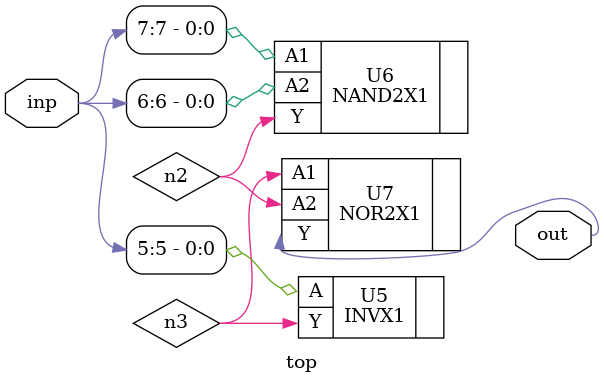
<source format=sv>


module top ( inp, out );
  input [7:0] inp;
  output out;
  wire   n2, n3;

  INVX1 U5 ( .A(inp[5]), .Y(n3) );
  NAND2X1 U6 ( .A1(inp[7]), .A2(inp[6]), .Y(n2) );
  NOR2X1 U7 ( .A1(n3), .A2(n2), .Y(out) );
endmodule


</source>
